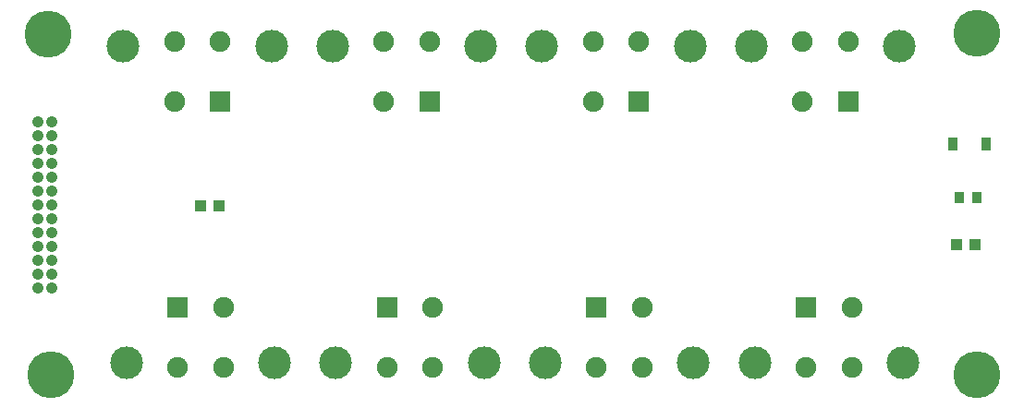
<source format=gbr>
%TF.GenerationSoftware,KiCad,Pcbnew,7.0.1*%
%TF.CreationDate,2023-04-04T11:35:32-07:00*%
%TF.ProjectId,PT Hub,50542048-7562-42e6-9b69-6361645f7063,v01*%
%TF.SameCoordinates,Original*%
%TF.FileFunction,Soldermask,Top*%
%TF.FilePolarity,Negative*%
%FSLAX46Y46*%
G04 Gerber Fmt 4.6, Leading zero omitted, Abs format (unit mm)*
G04 Created by KiCad (PCBNEW 7.0.1) date 2023-04-04 11:35:32*
%MOMM*%
%LPD*%
G01*
G04 APERTURE LIST*
%ADD10R,1.100000X1.000000*%
%ADD11C,2.999999*%
%ADD12R,1.900000X1.900000*%
%ADD13C,1.900000*%
%ADD14C,4.300000*%
%ADD15R,0.940000X1.020000*%
%ADD16C,1.066800*%
%ADD17R,0.965200X1.295400*%
G04 APERTURE END LIST*
D10*
%TO.C,C2*%
X160108000Y-121793000D03*
X158408000Y-121793000D03*
%TD*%
D11*
%TO.C,P6*%
X134325475Y-132600000D03*
X120725502Y-132600000D03*
D12*
X125425500Y-127560000D03*
D13*
X129625499Y-127560000D03*
X125425500Y-133059999D03*
X129625499Y-133059999D03*
%TD*%
D14*
%TO.C,H3*%
X75438000Y-133731000D03*
%TD*%
D15*
%TO.C,R1*%
X158722000Y-117475000D03*
X160302000Y-117475000D03*
%TD*%
D16*
%TO.C,P1*%
X74295000Y-110490000D03*
X75565000Y-110490000D03*
X74295000Y-111760000D03*
X75565000Y-111760000D03*
X74295000Y-113030000D03*
X75565000Y-113030000D03*
X74295000Y-114300000D03*
X75565000Y-114300000D03*
X74295000Y-115570000D03*
X75565000Y-115570000D03*
X74295000Y-116840000D03*
X75565000Y-116840000D03*
X74295000Y-118110000D03*
X75565000Y-118110000D03*
X74295000Y-119380000D03*
X75565000Y-119380000D03*
X74295000Y-120650000D03*
X75565000Y-120650000D03*
X74295000Y-121920000D03*
X75565000Y-121920000D03*
X74295000Y-123190000D03*
X75565000Y-123190000D03*
X74295000Y-124460000D03*
X75565000Y-124460000D03*
X74295000Y-125730000D03*
X75565000Y-125730000D03*
%TD*%
D14*
%TO.C,H1*%
X160274000Y-133731000D03*
%TD*%
D11*
%TO.C,P3*%
X101548502Y-132600000D03*
X115148475Y-132600000D03*
D12*
X106248500Y-127560000D03*
D13*
X110448499Y-127560000D03*
X106248500Y-133059999D03*
X110448499Y-133059999D03*
%TD*%
D11*
%TO.C,P8*%
X139613525Y-103620000D03*
X153213498Y-103620000D03*
D12*
X148513500Y-108660000D03*
D13*
X144313501Y-108660000D03*
X148513500Y-103160001D03*
X144313501Y-103160001D03*
%TD*%
D10*
%TO.C,C1*%
X90893000Y-118237000D03*
X89193000Y-118237000D03*
%TD*%
D11*
%TO.C,P2*%
X153552975Y-132600000D03*
X139953002Y-132600000D03*
D12*
X144653000Y-127560000D03*
D13*
X148852999Y-127560000D03*
X144653000Y-133059999D03*
X148852999Y-133059999D03*
%TD*%
D17*
%TO.C,D1*%
X158115000Y-112522000D03*
X161163000Y-112522000D03*
%TD*%
D14*
%TO.C,H4*%
X160274000Y-102362000D03*
%TD*%
D11*
%TO.C,P5*%
X120436526Y-103620000D03*
X134036499Y-103620000D03*
D12*
X129336501Y-108660000D03*
D13*
X125136502Y-108660000D03*
X129336501Y-103160001D03*
X125136502Y-103160001D03*
%TD*%
D11*
%TO.C,P4*%
X95682493Y-103620006D03*
X82082520Y-103620006D03*
D12*
X90982495Y-108660006D03*
D13*
X86782496Y-108660006D03*
X90982495Y-103160007D03*
X86782496Y-103160007D03*
%TD*%
D11*
%TO.C,P7*%
X114859499Y-103620000D03*
X101259526Y-103620000D03*
D12*
X110159501Y-108660000D03*
D13*
X105959502Y-108660000D03*
X110159501Y-103160001D03*
X105959502Y-103160001D03*
%TD*%
D14*
%TO.C,H2*%
X75184000Y-102489000D03*
%TD*%
D11*
%TO.C,P9*%
X95971475Y-132600000D03*
X82371502Y-132600000D03*
D12*
X87071500Y-127560000D03*
D13*
X91271499Y-127560000D03*
X87071500Y-133059999D03*
X91271499Y-133059999D03*
%TD*%
M02*

</source>
